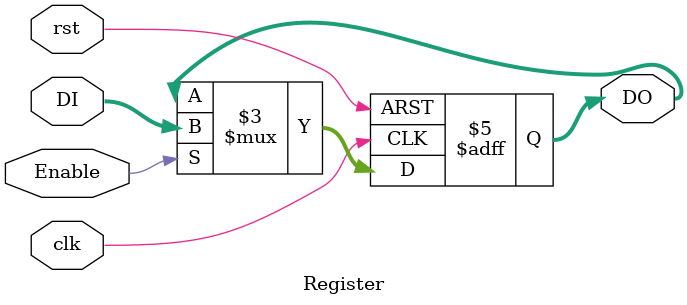
<source format=v>
/**********************************************************************************************
 * Project Name       : Register
 * Engineer           : Daniel Diaz Platon
 * Module description : 
 * Target             : 5CSXFC6D6F31C6
 * Date               : 2024/02/21
 **********************************************************************************************/

module Register #(parameter n = 10) (
    input              rst,
    input              clk,
    input              Enable,
    input      [n-1:0] DI,
    output reg [n-1:0] DO
);

always @(posedge clk, posedge rst) begin
    if (rst) begin
        DO <= 0;
    end else begin
        if(Enable)
            DO <= DI;
        else 
            DO <= DO;
    end
end

endmodule
</source>
